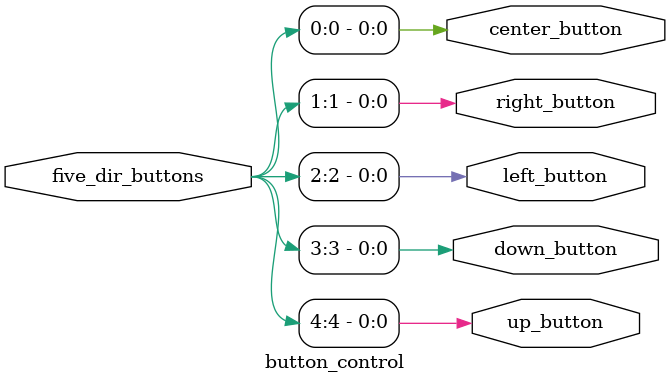
<source format=v>
module button_control(
    input [4:0] five_dir_buttons, //ÎåÏò°´Å¥
    output wire up_button, //ÉÏ°´Å¥
    output wire down_button, //ÏÂ°´Å¥
    output wire left_button, //×ó°´Å¥
    output wire right_button, //ÓÒ°´Å¥
    output wire center_button //ÖÐ¼ä°´Å¥
); 

assign up_button = five_dir_buttons[4];
assign down_button = five_dir_buttons[3];
assign left_button = five_dir_buttons[2];
assign right_button = five_dir_buttons[1];
assign center_button = five_dir_buttons[0];

endmodule
</source>
